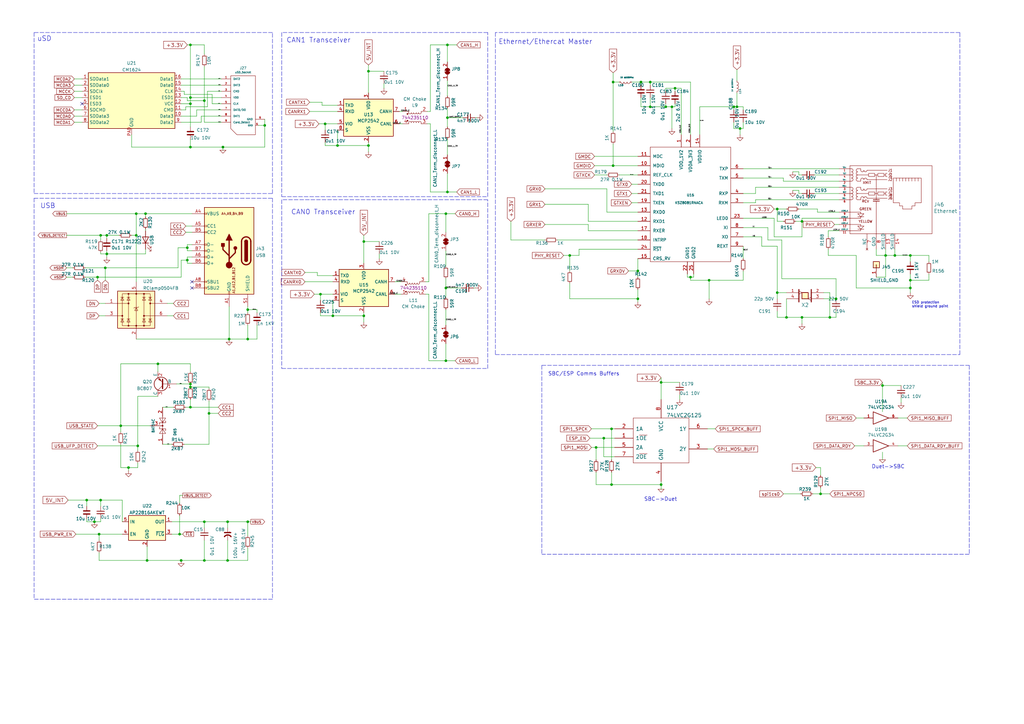
<source format=kicad_sch>
(kicad_sch (version 20211123) (generator eeschema)
  (paper "A3")
  (title_block (title "Duet 3 Main Board") (date "2022-10-05") (rev "1.02") (company "Duet3d") (comment 1 "(c) Duet3D"))
  (junction (at 183.515 18.415))
  (junction (at 59.69 87.63))
  (junction (at 363.22 104.775))
  (junction (at 64.77 149.225))
  (junction (at 318.77 120.015))
  (junction (at 271.145 156.845))
  (junction (at 271.145 198.755))
  (junction (at 73.66 219.075))
  (junction (at 233.68 104.775))
  (junction (at 83.82 229.87))
  (junction (at 149.225 129.54))
  (junction (at 43.815 96.52))
  (junction (at 133.35 50.8))
  (junction (at 361.95 158.115))
  (junction (at 367.03 104.775))
  (junction (at 78.105 158.75))
  (junction (at 78.105 167.005))
  (junction (at 108.585 51.435))
  (junction (at 261.62 122.555))
  (junction (at 43.18 109.855))
  (junction (at 373.38 118.11))
  (junction (at 250.825 175.895))
  (junction (at 76.835 101.6))
  (junction (at 43.815 104.14))
  (junction (at 151.13 29.21))
  (junction (at 38.735 213.995))
  (junction (at 373.38 114.935))
  (junction (at 55.88 96.52))
  (junction (at 182.88 147.955))
  (junction (at 40.005 113.665))
  (junction (at 78.105 40.005))
  (junction (at 93.98 139.065))
  (junction (at 342.9 122.555))
  (junction (at 247.65 179.705))
  (junction (at 318.77 85.725))
  (junction (at 182.88 87.63))
  (junction (at 85.725 169.545))
  (junction (at 41.275 96.52))
  (junction (at 83.82 213.995))
  (junction (at 300.99 43.815))
  (junction (at 251.46 33.655))
  (junction (at 40.64 219.075))
  (junction (at 52.705 191.77))
  (junction (at 101.6 213.995))
  (junction (at 273.05 43.815))
  (junction (at 78.105 42.545))
  (junction (at 290.83 114.935))
  (junction (at 262.89 33.655))
  (junction (at 101.6 139.065))
  (junction (at 93.345 213.995))
  (junction (at 283.21 113.665))
  (junction (at 183.515 78.74))
  (junction (at 328.93 130.175))
  (junction (at 78.105 157.48))
  (junction (at 183.515 48.26))
  (junction (at 74.295 229.87))
  (junction (at 83.82 41.275))
  (junction (at 302.26 43.815))
  (junction (at 151.13 59.69))
  (junction (at 303.53 52.705))
  (junction (at 261.62 111.125))
  (junction (at 276.86 36.195))
  (junction (at 373.38 104.775))
  (junction (at 328.93 90.805))
  (junction (at 336.55 202.565))
  (junction (at 41.275 205.105))
  (junction (at 251.46 67.945))
  (junction (at 35.56 205.105))
  (junction (at 149.225 99.06))
  (junction (at 250.825 198.755))
  (junction (at 78.105 60.325))
  (junction (at 136.525 129.54))
  (junction (at 101.6 127))
  (junction (at 275.59 43.815))
  (junction (at 78.105 18.415))
  (junction (at 340.36 130.175))
  (junction (at 76.835 106.68))
  (junction (at 138.43 59.69))
  (junction (at 55.88 87.63))
  (junction (at 93.345 229.87))
  (junction (at 182.88 118.11))
  (junction (at 266.7 43.815))
  (junction (at 322.58 130.175))
  (junction (at 56.515 182.88))
  (junction (at 49.53 174.625))
  (junction (at 131.445 120.65))
  (junction (at 244.475 183.515))
  (junction (at 60.325 229.87))
  (junction (at 266.7 33.655))
  (junction (at 91.44 60.325))
  (no_connect (at 78.74 118.11))
  (no_connect (at 33.655 42.545))
  (no_connect (at 78.74 115.57))
  (wire (pts (xy 261.62 83.185) (xy 259.08 83.185)))
  (wire (pts (xy 251.46 67.945) (xy 261.62 67.945)))
  (wire (pts (xy 275.59 43.815) (xy 273.05 43.815)))
  (wire (pts (xy 78.74 100.33) (xy 76.835 100.33)))
  (wire (pts (xy 56.515 182.88) (xy 56.515 184.785)))
  (wire (pts (xy 304.8 97.155) (xy 312.42 97.155)))
  (wire (pts (xy 41.275 96.52) (xy 41.275 98.425)))
  (wire (pts (xy 261.62 79.375) (xy 259.08 79.375)))
  (wire (pts (xy 101.6 127) (xy 101.6 128.27)))
  (wire (pts (xy 105.41 128.27) (xy 105.41 127)))
  (wire (pts (xy 318.77 120.015) (xy 322.58 120.015)))
  (wire (pts (xy 251.46 33.655) (xy 251.46 53.975)))
  (wire (pts (xy 304.8 111.125) (xy 304.8 114.935)))
  (wire (pts (xy 183.515 48.26) (xy 183.515 52.07)))
  (wire (pts (xy 133.35 58.42) (xy 133.35 59.69)))
  (wire (pts (xy 351.155 118.11) (xy 373.38 118.11)))
  (wire (pts (xy 183.515 44.45) (xy 183.515 48.26)))
  (wire (pts (xy 151.13 62.23) (xy 151.13 59.69)))
  (wire (pts (xy 132.08 43.18) (xy 132.08 41.91)))
  (wire (pts (xy 183.515 63.5) (xy 183.515 57.15)))
  (polyline (pts (xy 397.51 149.86) (xy 397.51 227.33)))
  (wire (pts (xy 93.345 229.87) (xy 83.82 229.87)))
  (wire (pts (xy 244.475 193.675) (xy 244.475 198.755)))
  (wire (pts (xy 105.41 127) (xy 101.6 127)))
  (wire (pts (xy 49.53 182.245) (xy 49.53 191.77)))
  (wire (pts (xy 136.525 129.54) (xy 149.225 129.54)))
  (wire (pts (xy 138.43 43.18) (xy 132.08 43.18)))
  (wire (pts (xy 66.675 167.005) (xy 71.12 167.005)))
  (wire (pts (xy 163.83 50.8) (xy 165.1 50.8)))
  (wire (pts (xy 40.64 124.46) (xy 43.18 124.46)))
  (wire (pts (xy 261.62 118.745) (xy 261.62 122.555)))
  (wire (pts (xy 320.675 98.425) (xy 314.96 98.425)))
  (wire (pts (xy 290.83 122.555) (xy 290.83 114.935)))
  (wire (pts (xy 223.52 92.075) (xy 241.3 92.075)))
  (polyline (pts (xy 200.025 151.13) (xy 200.025 81.915)))
  (wire (pts (xy 266.7 43.815) (xy 273.05 43.815)))
  (wire (pts (xy 261.62 111.125) (xy 261.62 106.045)))
  (wire (pts (xy 361.95 158.115) (xy 361.95 156.845)))
  (wire (pts (xy 40.64 219.075) (xy 50.165 219.075)))
  (wire (pts (xy 312.42 100.965) (xy 318.77 100.965)))
  (wire (pts (xy 327.66 85.725) (xy 335.28 85.725)))
  (wire (pts (xy 373.38 114.935) (xy 381 114.935)))
  (wire (pts (xy 74.295 229.87) (xy 60.325 229.87)))
  (wire (pts (xy 276.86 36.195) (xy 273.05 36.195)))
  (wire (pts (xy 244.475 198.755) (xy 250.825 198.755)))
  (wire (pts (xy 76.835 101.6) (xy 76.835 102.87)))
  (wire (pts (xy 151.13 29.21) (xy 151.13 26.67)))
  (wire (pts (xy 41.275 213.995) (xy 38.735 213.995)))
  (wire (pts (xy 70.485 213.995) (xy 83.82 213.995)))
  (wire (pts (xy 241.3 90.805) (xy 261.62 90.805)))
  (wire (pts (xy 276.86 36.195) (xy 276.86 37.465)))
  (wire (pts (xy 55.88 87.63) (xy 59.69 87.63)))
  (wire (pts (xy 284.48 113.665) (xy 284.48 112.395)))
  (wire (pts (xy 312.42 97.155) (xy 312.42 100.965)))
  (wire (pts (xy 183.515 71.12) (xy 183.515 78.74)))
  (wire (pts (xy 157.48 29.21) (xy 151.13 29.21)))
  (polyline (pts (xy 111.76 81.28) (xy 111.76 245.745)))
  (wire (pts (xy 74.295 113.665) (xy 40.005 113.665)))
  (wire (pts (xy 250.825 198.755) (xy 271.145 198.755)))
  (wire (pts (xy 304.8 43.815) (xy 302.26 43.815)))
  (wire (pts (xy 74.295 34.925) (xy 90.805 34.925)))
  (wire (pts (xy 183.515 18.415) (xy 183.515 25.4)))
  (wire (pts (xy 237.49 102.235) (xy 261.62 102.235)))
  (polyline (pts (xy 111.76 13.335) (xy 13.97 13.335)))
  (wire (pts (xy 43.815 104.14) (xy 43.815 105.41)))
  (wire (pts (xy 83.82 41.275) (xy 83.82 50.165)))
  (wire (pts (xy 334.01 71.755) (xy 344.17 71.755)))
  (wire (pts (xy 283.21 114.935) (xy 290.83 114.935)))
  (wire (pts (xy 64.77 149.225) (xy 49.53 149.225)))
  (wire (pts (xy 93.345 221.615) (xy 93.345 229.87)))
  (wire (pts (xy 328.93 90.805) (xy 328.93 97.155)))
  (wire (pts (xy 309.88 79.375) (xy 304.8 79.375)))
  (wire (pts (xy 41.275 207.645) (xy 41.275 205.105)))
  (polyline (pts (xy 222.25 149.86) (xy 397.51 149.86)))
  (wire (pts (xy 250.825 193.675) (xy 250.825 198.755)))
  (wire (pts (xy 50.165 213.995) (xy 50.165 205.105)))
  (wire (pts (xy 223.52 83.82) (xy 241.3 83.82)))
  (wire (pts (xy 80.645 45.085) (xy 90.805 45.085)))
  (wire (pts (xy 300.99 50.165) (xy 300.99 52.705)))
  (polyline (pts (xy 203.2 145.415) (xy 393.7 145.415)))
  (wire (pts (xy 363.22 104.775) (xy 367.03 104.775)))
  (wire (pts (xy 61.595 174.625) (xy 49.53 174.625)))
  (wire (pts (xy 80.645 47.625) (xy 74.295 47.625)))
  (wire (pts (xy 244.475 183.515) (xy 252.095 183.515)))
  (wire (pts (xy 132.08 41.91) (xy 127 41.91)))
  (wire (pts (xy 209.55 90.805) (xy 209.55 98.425)))
  (wire (pts (xy 325.12 70.485) (xy 327.66 70.485)))
  (wire (pts (xy 78.105 57.15) (xy 78.105 60.325)))
  (wire (pts (xy 138.43 50.8) (xy 133.35 50.8)))
  (wire (pts (xy 56.515 191.77) (xy 56.515 189.865)))
  (wire (pts (xy 78.105 42.545) (xy 78.105 52.07)))
  (wire (pts (xy 73.66 203.2) (xy 73.66 206.375)))
  (wire (pts (xy 183.515 39.37) (xy 183.515 33.02)))
  (wire (pts (xy 76.2 167.005) (xy 78.105 167.005)))
  (wire (pts (xy 43.815 96.52) (xy 48.895 96.52)))
  (wire (pts (xy 176.53 78.74) (xy 183.515 78.74)))
  (wire (pts (xy 335.28 86.995) (xy 344.17 86.995)))
  (wire (pts (xy 273.05 43.815) (xy 273.05 42.545)))
  (wire (pts (xy 350.52 182.88) (xy 354.33 182.88)))
  (wire (pts (xy 309.88 76.835) (xy 309.88 79.375)))
  (wire (pts (xy 333.375 202.565) (xy 336.55 202.565)))
  (wire (pts (xy 30.48 47.625) (xy 33.655 47.625)))
  (wire (pts (xy 363.22 113.665) (xy 359.41 113.665)))
  (wire (pts (xy 93.345 213.995) (xy 101.6 213.995)))
  (wire (pts (xy 302.26 43.815) (xy 300.99 43.815)))
  (wire (pts (xy 342.9 127.635) (xy 342.9 130.175)))
  (wire (pts (xy 363.22 104.775) (xy 363.22 113.665)))
  (wire (pts (xy 328.93 130.175) (xy 340.36 130.175)))
  (wire (pts (xy 76.835 40.005) (xy 76.835 41.275)))
  (wire (pts (xy 318.77 100.965) (xy 318.77 120.015)))
  (wire (pts (xy 351.155 104.775) (xy 351.155 118.11)))
  (wire (pts (xy 320.675 98.425) (xy 320.675 114.3)))
  (wire (pts (xy 30.48 45.085) (xy 33.655 45.085)))
  (wire (pts (xy 76.2 92.71) (xy 78.74 92.71)))
  (wire (pts (xy 381 104.775) (xy 381 107.315)))
  (wire (pts (xy 244.475 183.515) (xy 244.475 188.595)))
  (wire (pts (xy 228.6 98.425) (xy 261.62 98.425)))
  (wire (pts (xy 43.18 114.935) (xy 43.18 109.855)))
  (wire (pts (xy 151.13 38.1) (xy 151.13 29.21)))
  (wire (pts (xy 182.88 118.11) (xy 182.88 121.92)))
  (wire (pts (xy 30.48 50.165) (xy 33.655 50.165)))
  (wire (pts (xy 233.68 122.555) (xy 261.62 122.555)))
  (wire (pts (xy 175.26 50.8) (xy 176.53 50.8)))
  (wire (pts (xy 53.975 96.52) (xy 55.88 96.52)))
  (wire (pts (xy 278.765 163.83) (xy 278.765 161.925)))
  (wire (pts (xy 85.725 158.75) (xy 78.105 158.75)))
  (wire (pts (xy 76.835 101.6) (xy 73.025 101.6)))
  (wire (pts (xy 72.39 157.48) (xy 78.105 157.48)))
  (wire (pts (xy 53.975 60.325) (xy 78.105 60.325)))
  (wire (pts (xy 40.64 129.54) (xy 43.18 129.54)))
  (wire (pts (xy 73.025 101.6) (xy 73.025 109.855)))
  (wire (pts (xy 78.105 40.005) (xy 90.805 40.005)))
  (wire (pts (xy 262.89 33.655) (xy 266.7 33.655)))
  (wire (pts (xy 40.64 219.075) (xy 40.64 221.615)))
  (wire (pts (xy 290.195 175.895) (xy 293.37 175.895)))
  (wire (pts (xy 30.48 40.005) (xy 33.655 40.005)))
  (wire (pts (xy 321.31 74.295) (xy 321.31 73.025)))
  (polyline (pts (xy 115.57 13.335) (xy 115.57 80.645)))
  (wire (pts (xy 237.49 102.235) (xy 237.49 104.775)))
  (wire (pts (xy 35.56 212.725) (xy 35.56 213.995)))
  (wire (pts (xy 76.2 45.085) (xy 76.2 43.815)))
  (wire (pts (xy 43.815 96.52) (xy 43.815 97.79)))
  (wire (pts (xy 337.82 120.015) (xy 340.36 120.015)))
  (wire (pts (xy 59.69 88.9) (xy 59.69 87.63)))
  (wire (pts (xy 78.105 152.4) (xy 78.105 149.225)))
  (polyline (pts (xy 13.97 13.335) (xy 13.97 79.375)))
  (wire (pts (xy 101.6 213.995) (xy 101.6 219.71)))
  (wire (pts (xy 76.2 43.815) (xy 85.09 43.815)))
  (wire (pts (xy 304.8 52.705) (xy 304.8 50.165)))
  (wire (pts (xy 101.6 224.79) (xy 101.6 229.87)))
  (wire (pts (xy 243.84 71.755) (xy 248.92 71.755)))
  (wire (pts (xy 93.98 125.73) (xy 93.98 139.065)))
  (wire (pts (xy 251.46 59.055) (xy 251.46 67.945)))
  (wire (pts (xy 254 71.755) (xy 261.62 71.755)))
  (wire (pts (xy 250.825 175.895) (xy 252.095 175.895)))
  (wire (pts (xy 262.89 40.005) (xy 262.89 43.815)))
  (wire (pts (xy 68.58 124.46) (xy 71.12 124.46)))
  (wire (pts (xy 174.625 115.57) (xy 175.895 115.57)))
  (wire (pts (xy 74.295 37.465) (xy 75.565 37.465)))
  (wire (pts (xy 27.305 109.855) (xy 29.845 109.855)))
  (wire (pts (xy 66.675 182.245) (xy 70.485 182.245)))
  (wire (pts (xy 55.88 96.52) (xy 55.88 115.57)))
  (wire (pts (xy 106.045 51.435) (xy 108.585 51.435)))
  (wire (pts (xy 131.445 129.54) (xy 136.525 129.54)))
  (wire (pts (xy 318.77 90.805) (xy 321.31 90.805)))
  (wire (pts (xy 339.725 104.775) (xy 351.155 104.775)))
  (wire (pts (xy 59.69 102.235) (xy 59.69 104.14)))
  (wire (pts (xy 74.295 229.87) (xy 83.82 229.87)))
  (wire (pts (xy 278.765 156.845) (xy 271.145 156.845)))
  (wire (pts (xy 318.77 90.805) (xy 318.77 85.725)))
  (wire (pts (xy 131.445 128.27) (xy 131.445 129.54)))
  (wire (pts (xy 279.4 36.195) (xy 276.86 36.195)))
  (wire (pts (xy 283.21 113.665) (xy 283.21 114.935)))
  (wire (pts (xy 75.565 37.465) (xy 75.565 38.735)))
  (wire (pts (xy 101.6 229.87) (xy 93.345 229.87)))
  (wire (pts (xy 35.56 213.995) (xy 38.735 213.995)))
  (wire (pts (xy 182.88 114.3) (xy 182.88 118.11)))
  (wire (pts (xy 251.46 33.655) (xy 251.46 29.845)))
  (wire (pts (xy 283.21 113.665) (xy 284.48 113.665)))
  (wire (pts (xy 64.77 149.225) (xy 64.77 152.4)))
  (wire (pts (xy 40.64 229.87) (xy 60.325 229.87)))
  (wire (pts (xy 175.895 115.57) (xy 175.895 87.63)))
  (wire (pts (xy 93.345 216.535) (xy 93.345 213.995)))
  (wire (pts (xy 76.2 95.25) (xy 78.74 95.25)))
  (wire (pts (xy 372.11 171.45) (xy 368.3 171.45)))
  (wire (pts (xy 55.88 139.065) (xy 93.98 139.065)))
  (wire (pts (xy 261.62 123.825) (xy 261.62 122.555)))
  (wire (pts (xy 233.68 116.205) (xy 233.68 122.555)))
  (wire (pts (xy 83.82 221.615) (xy 83.82 229.87)))
  (wire (pts (xy 78.105 167.005) (xy 89.535 167.005)))
  (wire (pts (xy 248.92 86.995) (xy 261.62 86.995)))
  (wire (pts (xy 151.13 59.69) (xy 151.13 58.42)))
  (wire (pts (xy 281.94 113.665) (xy 283.21 113.665)))
  (wire (pts (xy 266.7 33.655) (xy 266.7 34.925)))
  (wire (pts (xy 105.41 133.35) (xy 105.41 139.065)))
  (wire (pts (xy 133.35 53.34) (xy 133.35 50.8)))
  (wire (pts (xy 40.005 174.625) (xy 49.53 174.625)))
  (wire (pts (xy 27.305 113.665) (xy 29.845 113.665)))
  (wire (pts (xy 335.28 85.725) (xy 335.28 86.995)))
  (wire (pts (xy 41.275 212.725) (xy 41.275 213.995)))
  (wire (pts (xy 78.105 42.545) (xy 74.295 42.545)))
  (wire (pts (xy 271.145 197.485) (xy 271.145 198.755)))
  (wire (pts (xy 182.88 140.97) (xy 182.88 147.955)))
  (polyline (pts (xy 115.57 80.645) (xy 200.025 80.645)))
  (wire (pts (xy 183.515 18.415) (xy 187.325 18.415)))
  (wire (pts (xy 78.105 60.325) (xy 91.44 60.325)))
  (wire (pts (xy 369.57 165.1) (xy 369.57 163.195)))
  (wire (pts (xy 241.3 94.615) (xy 261.62 94.615)))
  (wire (pts (xy 287.02 55.245) (xy 287.02 43.815)))
  (wire (pts (xy 248.92 86.995) (xy 248.92 77.47)))
  (wire (pts (xy 41.275 103.505) (xy 41.275 104.14)))
  (wire (pts (xy 73.66 219.075) (xy 73.66 211.455)))
  (wire (pts (xy 342.265 92.075) (xy 344.17 92.075)))
  (wire (pts (xy 161.925 115.57) (xy 164.465 115.57)))
  (wire (pts (xy 182.88 87.63) (xy 186.69 87.63)))
  (wire (pts (xy 73.025 109.855) (xy 43.18 109.855)))
  (polyline (pts (xy 13.97 81.28) (xy 111.76 81.28)))
  (polyline (pts (xy 393.7 145.415) (xy 393.7 13.335)))
  (wire (pts (xy 86.995 42.545) (xy 90.805 42.545)))
  (wire (pts (xy 149.225 107.95) (xy 149.225 99.06)))
  (wire (pts (xy 182.88 102.87) (xy 182.88 109.22)))
  (wire (pts (xy 322.58 130.175) (xy 328.93 130.175)))
  (wire (pts (xy 108.585 60.325) (xy 108.585 51.435)))
  (wire (pts (xy 262.89 43.815) (xy 266.7 43.815)))
  (wire (pts (xy 78.105 149.225) (xy 64.77 149.225)))
  (wire (pts (xy 91.44 60.325) (xy 108.585 60.325)))
  (wire (pts (xy 78.105 18.415) (xy 78.105 40.005)))
  (wire (pts (xy 275.59 43.815) (xy 275.59 52.705)))
  (wire (pts (xy 303.53 52.705) (xy 304.8 52.705)))
  (wire (pts (xy 41.275 205.105) (xy 35.56 205.105)))
  (wire (pts (xy 373.38 104.775) (xy 381 104.775)))
  (wire (pts (xy 163.83 45.72) (xy 165.1 45.72)))
  (wire (pts (xy 174.625 120.65) (xy 175.895 120.65)))
  (wire (pts (xy 233.68 104.775) (xy 233.68 111.125)))
  (wire (pts (xy 85.725 169.545) (xy 89.535 169.545)))
  (wire (pts (xy 90.805 37.465) (xy 85.09 37.465)))
  (wire (pts (xy 337.82 122.555) (xy 342.9 122.555)))
  (wire (pts (xy 30.48 37.465) (xy 33.655 37.465)))
  (wire (pts (xy 76.835 107.95) (xy 78.74 107.95)))
  (wire (pts (xy 326.39 90.805) (xy 328.93 90.805)))
  (wire (pts (xy 70.485 219.075) (xy 73.66 219.075)))
  (wire (pts (xy 78.105 40.005) (xy 78.105 42.545)))
  (wire (pts (xy 30.48 32.385) (xy 33.655 32.385)))
  (wire (pts (xy 176.53 50.8) (xy 176.53 78.74)))
  (wire (pts (xy 60.325 229.87) (xy 60.325 224.155)))
  (wire (pts (xy 290.83 114.935) (xy 304.8 114.935)))
  (wire (pts (xy 372.11 182.88) (xy 368.3 182.88)))
  (wire (pts (xy 318.77 122.555) (xy 318.77 120.015)))
  (polyline (pts (xy 111.76 245.745) (xy 13.97 245.745)))
  (wire (pts (xy 251.46 67.945) (xy 243.84 67.945)))
  (wire (pts (xy 56.515 162.56) (xy 56.515 182.88)))
  (wire (pts (xy 247.65 179.705) (xy 252.095 179.705)))
  (wire (pts (xy 74.295 32.385) (xy 90.805 32.385)))
  (wire (pts (xy 279.4 55.245) (xy 279.4 36.195)))
  (wire (pts (xy 336.55 200.025) (xy 336.55 202.565)))
  (wire (pts (xy 359.41 102.235) (xy 359.41 104.775)))
  (wire (pts (xy 83.82 216.535) (xy 83.82 213.995)))
  (wire (pts (xy 325.12 78.105) (xy 327.66 78.105)))
  (wire (pts (xy 304.8 69.215) (xy 344.17 69.215)))
  (wire (pts (xy 262.89 34.925) (xy 262.89 33.655)))
  (wire (pts (xy 55.88 96.52) (xy 55.88 87.63)))
  (polyline (pts (xy 200.025 80.645) (xy 200.025 13.335)))
  (wire (pts (xy 131.445 120.65) (xy 128.905 120.65)))
  (wire (pts (xy 130.175 111.76) (xy 125.095 111.76)))
  (wire (pts (xy 259.08 33.655) (xy 262.89 33.655)))
  (wire (pts (xy 271.145 156.845) (xy 271.145 163.83)))
  (wire (pts (xy 101.6 125.73) (xy 101.6 127)))
  (wire (pts (xy 40.64 226.695) (xy 40.64 229.87)))
  (wire (pts (xy 327.66 79.375) (xy 328.93 79.375)))
  (wire (pts (xy 363.22 104.775) (xy 363.22 102.235)))
  (wire (pts (xy 175.26 45.72) (xy 176.53 45.72)))
  (wire (pts (xy 322.58 122.555) (xy 322.58 130.175)))
  (wire (pts (xy 175.895 147.955) (xy 182.88 147.955)))
  (wire (pts (xy 78.105 163.83) (xy 78.105 167.005)))
  (wire (pts (xy 40.005 114.935) (xy 40.005 113.665)))
  (wire (pts (xy 309.88 76.835) (xy 344.17 76.835)))
  (wire (pts (xy 321.31 73.025) (xy 304.8 73.025)))
  (wire (pts (xy 82.55 47.625) (xy 82.55 50.165)))
  (wire (pts (xy 381 112.395) (xy 381 114.935)))
  (wire (pts (xy 340.36 120.015) (xy 340.36 130.175)))
  (wire (pts (xy 317.5 85.725) (xy 318.77 85.725)))
  (wire (pts (xy 303.53 52.705) (xy 303.53 55.245)))
  (wire (pts (xy 373.38 112.395) (xy 373.38 114.935)))
  (wire (pts (xy 108.585 51.435) (xy 108.585 48.895)))
  (wire (pts (xy 271.145 198.755) (xy 271.145 200.66)))
  (wire (pts (xy 85.725 182.245) (xy 85.725 169.545)))
  (wire (pts (xy 318.77 127.635) (xy 318.77 130.175)))
  (wire (pts (xy 64.77 162.56) (xy 56.515 162.56)))
  (wire (pts (xy 74.295 40.005) (xy 76.835 40.005)))
  (wire (pts (xy 155.575 106.045) (xy 155.575 104.14)))
  (wire (pts (xy 85.09 37.465) (xy 85.09 43.815)))
  (wire (pts (xy 35.56 205.105) (xy 35.56 207.645)))
  (wire (pts (xy 336.55 202.565) (xy 340.36 202.565)))
  (wire (pts (xy 43.815 104.14) (xy 59.69 104.14)))
  (wire (pts (xy 83.82 27.305) (xy 83.82 41.275)))
  (wire (pts (xy 74.93 203.2) (xy 73.66 203.2)))
  (wire (pts (xy 41.275 205.105) (xy 50.165 205.105)))
  (polyline (pts (xy 200.025 81.915) (xy 115.57 81.915)))
  (wire (pts (xy 76.835 100.33) (xy 76.835 101.6)))
  (wire (pts (xy 161.925 120.65) (xy 164.465 120.65)))
  (wire (pts (xy 133.35 50.8) (xy 130.81 50.8)))
  (wire (pts (xy 266.7 40.005) (xy 266.7 43.815)))
  (wire (pts (xy 369.57 158.115) (xy 361.95 158.115)))
  (wire (pts (xy 342.9 122.555) (xy 342.9 114.3)))
  (wire (pts (xy 334.01 79.375) (xy 344.17 79.375)))
  (wire (pts (xy 339.725 94.615) (xy 339.725 97.155)))
  (wire (pts (xy 304.8 100.965) (xy 304.8 106.045)))
  (wire (pts (xy 318.77 85.725) (xy 322.58 85.725)))
  (wire (pts (xy 328.93 89.535) (xy 344.17 89.535)))
  (polyline (pts (xy 397.51 227.33) (xy 222.25 227.33)))
  (wire (pts (xy 82.55 50.165) (xy 74.295 50.165)))
  (wire (pts (xy 283.21 33.655) (xy 283.21 55.245)))
  (wire (pts (xy 302.26 43.815) (xy 302.26 38.1)))
  (wire (pts (xy 334.645 191.77) (xy 336.55 191.77)))
  (wire (pts (xy 176.53 18.415) (xy 183.515 18.415)))
  (wire (pts (xy 317.5 89.535) (xy 304.8 89.535)))
  (wire (pts (xy 40.005 182.88) (xy 56.515 182.88)))
  (wire (pts (xy 76.835 106.68) (xy 74.295 106.68)))
  (wire (pts (xy 182.88 127) (xy 182.88 133.35)))
  (wire (pts (xy 367.03 104.775) (xy 367.03 102.235)))
  (wire (pts (xy 261.62 111.125) (xy 261.62 113.665)))
  (polyline (pts (xy 393.7 13.335) (xy 203.2 13.335)))
  (wire (pts (xy 136.525 120.65) (xy 131.445 120.65)))
  (polyline (pts (xy 115.57 151.13) (xy 200.025 151.13)))
  (wire (pts (xy 252.095 187.325) (xy 247.65 187.325)))
  (wire (pts (xy 281.94 112.395) (xy 281.94 113.665)))
  (wire (pts (xy 359.41 104.775) (xy 363.22 104.775)))
  (wire (pts (xy 76.835 102.87) (xy 78.74 102.87)))
  (wire (pts (xy 304.8 45.085) (xy 304.8 43.815)))
  (wire (pts (xy 59.69 93.98) (xy 59.69 94.615)))
  (wire (pts (xy 136.525 113.03) (xy 130.175 113.03)))
  (wire (pts (xy 138.43 59.69) (xy 151.13 59.69)))
  (wire (pts (xy 182.88 147.955) (xy 186.69 147.955)))
  (wire (pts (xy 271.145 154.94) (xy 271.145 156.845)))
  (wire (pts (xy 76.835 105.41) (xy 76.835 106.68)))
  (wire (pts (xy 133.35 59.69) (xy 138.43 59.69)))
  (wire (pts (xy 82.55 47.625) (xy 90.805 47.625)))
  (wire (pts (xy 194.945 118.11) (xy 194.31 118.11)))
  (wire (pts (xy 183.515 48.26) (xy 189.865 48.26)))
  (wire (pts (xy 223.52 77.47) (xy 248.92 77.47)))
  (wire (pts (xy 243.84 64.135) (xy 261.62 64.135)))
  (wire (pts (xy 27.305 87.63) (xy 55.88 87.63)))
  (wire (pts (xy 76.2 45.085) (xy 74.295 45.085)))
  (polyline (pts (xy 115.57 81.915) (xy 115.57 151.13)))
  (wire (pts (xy 327.66 70.485) (xy 327.66 71.755)))
  (wire (pts (xy 27.305 96.52) (xy 41.275 96.52)))
  (wire (pts (xy 83.82 18.415) (xy 83.82 22.225)))
  (wire (pts (xy 233.68 104.775) (xy 237.49 104.775)))
  (wire (pts (xy 83.82 213.995) (xy 93.345 213.995)))
  (wire (pts (xy 149.225 99.06) (xy 149.225 96.52)))
  (wire (pts (xy 83.82 50.165) (xy 90.805 50.165)))
  (wire (pts (xy 320.675 114.3) (xy 342.9 114.3)))
  (wire (pts (xy 318.77 130.175) (xy 322.58 130.175)))
  (wire (pts (xy 78.105 157.48) (xy 78.105 158.75)))
  (wire (pts (xy 321.31 202.565) (xy 328.295 202.565)))
  (wire (pts (xy 328.93 89.535) (xy 328.93 90.805)))
  (wire (pts (xy 91.44 60.325) (xy 91.44 61.595)))
  (wire (pts (xy 309.88 83.185) (xy 309.88 81.915)))
  (wire (pts (xy 373.38 118.11) (xy 373.38 120.015)))
  (wire (pts (xy 273.05 36.195) (xy 273.05 37.465)))
  (wire (pts (xy 49.53 191.77) (xy 52.705 191.77)))
  (wire (pts (xy 361.95 188.595) (xy 361.95 185.42)))
  (wire (pts (xy 195.58 48.26) (xy 194.945 48.26)))
  (wire (pts (xy 73.66 219.075) (xy 74.93 219.075)))
  (wire (pts (xy 149.225 132.08) (xy 149.225 129.54)))
  (wire (pts (xy 49.53 149.225) (xy 49.53 174.625)))
  (wire (pts (xy 131.445 123.19) (xy 131.445 120.65)))
  (wire (pts (xy 101.6 213.995) (xy 102.87 213.995)))
  (wire (pts (xy 317.5 97.155) (xy 328.93 97.155)))
  (wire (pts (xy 247.65 187.325) (xy 247.65 179.705)))
  (wire (pts (xy 302.26 33.02) (xy 302.26 28.575)))
  (wire (pts (xy 149.225 129.54) (xy 149.225 128.27)))
  (wire (pts (xy 101.6 133.35) (xy 101.6 139.065)))
  (wire (pts (xy 43.815 102.87) (xy 43.815 104.14)))
  (wire (pts (xy 80.645 45.085) (xy 80.645 47.625)))
  (wire (pts (xy 75.565 38.735) (xy 86.995 38.735)))
  (wire (pts (xy 59.69 87.63) (xy 78.74 87.63)))
  (wire (pts (xy 85.725 169.545) (xy 85.725 164.465)))
  (wire (pts (xy 367.03 104.775) (xy 373.38 104.775)))
  (wire (pts (xy 251.46 33.655) (xy 254 33.655)))
  (polyline (pts (xy 200.025 13.335) (xy 115.57 13.335)))
  (polyline (pts (xy 222.25 149.86) (xy 222.25 227.33)))
  (polyline (pts (xy 13.97 81.28) (xy 13.97 245.745)))
  (wire (pts (xy 78.74 105.41) (xy 76.835 105.41)))
  (wire (pts (xy 276.86 43.815) (xy 275.59 43.815)))
  (wire (pts (xy 34.925 109.855) (xy 43.18 109.855)))
  (wire (pts (xy 300.99 52.705) (xy 303.53 52.705)))
  (wire (pts (xy 327.66 71.755) (xy 328.93 71.755)))
  (wire (pts (xy 266.7 33.655) (xy 283.21 33.655)))
  (wire (pts (xy 183.515 78.74) (xy 187.325 78.74)))
  (wire (pts (xy 340.36 130.175) (xy 342.9 130.175)))
  (wire (pts (xy 261.62 75.565) (xy 259.08 75.565)))
  (wire (pts (xy 138.43 53.34) (xy 138.43 59.69)))
  (wire (pts (xy 290.195 184.15) (xy 292.735 184.15)))
  (wire (pts (xy 125.095 115.57) (xy 136.525 115.57)))
  (wire (pts (xy 242.57 175.895) (xy 250.825 175.895)))
  (wire (pts (xy 68.58 129.54) (xy 71.12 129.54)))
  (wire (pts (xy 85.725 159.385) (xy 85.725 158.75)))
  (wire (pts (xy 130.175 113.03) (xy 130.175 111.76)))
  (wire (pts (xy 52.705 191.77) (xy 56.515 191.77)))
  (wire (pts (xy 250.825 175.895) (xy 250.825 188.595)))
  (wire (pts (xy 41.275 96.52) (xy 43.815 96.52)))
  (wire (pts (xy 34.925 113.665) (xy 40.005 113.665)))
  (polyline (pts (xy 111.76 79.375) (xy 111.76 13.335)))
  (wire (pts (xy 43.815 104.14) (xy 41.275 104.14)))
  (wire (pts (xy 76.835 18.415) (xy 78.105 18.415)))
  (wire (pts (xy 182.88 118.11) (xy 189.23 118.11)))
  (wire (pts (xy 182.88 95.25) (xy 182.88 87.63)))
  (wire (pts (xy 317.5 97.155) (xy 317.5 89.535)))
  (wire (pts (xy 314.96 93.345) (xy 304.8 93.345)))
  (wire (pts (xy 74.295 106.68) (xy 74.295 113.665)))
  (wire (pts (xy 287.02 43.815) (xy 300.99 43.815)))
  (wire (pts (xy 75.565 182.245) (xy 85.725 182.245)))
  (wire (pts (xy 339.725 94.615) (xy 344.17 94.615)))
  (wire (pts (xy 242.57 183.515) (xy 244.475 183.515)))
  (wire (pts (xy 175.895 87.63) (xy 182.88 87.63)))
  (wire (pts (xy 361.95 168.91) (xy 361.95 158.115)))
  (wire (pts (xy 127 45.72) (xy 138.43 45.72)))
  (wire (pts (xy 78.105 18.415) (xy 83.82 18.415)))
  (wire (pts (xy 155.575 99.06) (xy 149.225 99.06)))
  (wire (pts (xy 76.835 41.275) (xy 83.82 41.275)))
  (wire (pts (xy 86.995 42.545) (xy 86.995 38.735)))
  (wire (pts (xy 52.705 191.77) (xy 52.705 193.04)))
  (wire (pts (xy 241.3 92.075) (xy 241.3 94.615)))
  (wire (pts (xy 175.895 120.65) (xy 175.895 147.955)))
  (wire (pts (xy 373.38 114.935) (xy 373.38 118.11)))
  (wire (pts (xy 257.81 111.125) (xy 261.62 111.125)))
  (wire (pts (xy 327.66 78.105) (xy 327.66 79.375)))
  (wire (pts (xy 136.525 123.19) (xy 136.525 129.54)))
  (wire (pts (xy 336.55 191.77) (xy 336.55 194.945)))
  (wire (pts (xy 300.99 43.815) (xy 300.99 45.085)))
  (wire (pts (xy 344.17 74.295) (xy 321.31 74.295)))
  (wire (pts (xy 276.86 42.545) (xy 276.86 43.815)))
  (wire (pts (xy 309.88 81.915) (xy 344.17 81.915)))
  (wire (pts (xy 339.725 102.235) (xy 339.725 104.775)))
  (wire (pts (xy 373.38 104.775) (xy 373.38 107.315)))
  (wire (pts (xy 27.94 205.105) (xy 35.56 205.105)))
  (wire (pts (xy 76.835 106.68) (xy 76.835 107.95)))
  (wire (pts (xy 176.53 45.72) (xy 176.53 18.415)))
  (wire (pts (xy 231.14 104.775) (xy 233.68 104.775)))
  (wire (pts (xy 30.48 34.925) (xy 33.655 34.925)))
  (wire (pts (xy 93.98 139.065) (xy 101.6 139.065)))
  (wire (pts (xy 53.975 55.245) (xy 53.975 60.325)))
  (wire (pts (xy 351.155 171.45) (xy 354.33 171.45)))
  (wire (pts (xy 241.3 83.82) (xy 241.3 90.805)))
  (wire (pts (xy 304.8 83.185) (xy 309.88 83.185)))
  (wire (pts (xy 241.935 179.705) (xy 247.65 179.705)))
  (wire (pts (xy 49.53 174.625) (xy 49.53 177.165)))
  (wire (pts (xy 31.115 219.075) (xy 40.64 219.075)))
  (wire (pts (xy 328.93 132.715) (xy 328.93 130.175)))
  (polyline (pts (xy 203.2 13.335) (xy 203.2 145.415)))
  (wire (pts (xy 314.96 98.425) (xy 314.96 93.345)))
  (wire (pts (xy 157.48 36.195) (xy 157.48 34.29)))
  (wire (pts (xy 105.41 139.065) (xy 101.6 139.065)))
  (wire (pts (xy 209.55 98.425) (xy 223.52 98.425)))
  (polyline (pts (xy 13.97 79.375) (xy 111.76 79.375)))
  (text "Ethernet/Ethercat Master" (at 204.47 18.415 0) (effects (font (size 2.0066 2.0066)) (justify left bottom)))
  (text "ESD protection\nshield ground point\n" (at 374.015 126.365 0) (effects (font (size 0.9906 0.9906)) (justify left bottom)))
  (text "CAN0 Transceiver" (at 119.38 88.265 0) (effects (font (size 2.0066 2.0066)) (justify left bottom)))
  (text "CAN1 Transceiver" (at 117.475 17.78 0) (effects (font (size 2.0066 2.0066)) (justify left bottom)))
  (text "Duet->SBC" (at 357.505 192.405 0) (effects (font (size 1.524 1.524)) (justify left bottom)))
  (text "SBC/ESP Comms Buffers" (at 224.79 154.305 0) (effects (font (size 1.524 1.524)) (justify left bottom)))
  (text "uSD" (at 15.24 17.145 0) (effects (font (size 2.0066 2.0066)) (justify left bottom)))
  (text "USB" (at 16.51 85.725 0) (effects (font (size 2.0066 2.0066)) (justify left bottom)))
  (text "SBC->Duet" (at 264.16 205.74 0) (effects (font (size 1.524 1.524)) (justify left bottom)))
  (label "SD_cd" (at 89.535 50.165 0) (effects (font (size 0.2032 0.2032))))
  (label "USBshield" (at 103.505 127 0) (effects (font (size 0.2 0.2))))
  (label "cc2d" (at 68.58 182.245 0) (effects (font (size 0.2 0.2))))
  (label "DAT0" (at 89.535 45.085 0) (effects (font (size 0.2032 0.2032))))
  (label "SHIELD_GND" (at 370.205 104.775 0) (effects (font (size 0.2032 0.2032))))
  (label "LEDG_A" (at 339.725 86.995 0) (effects (font (size 0.508 0.508))))
  (label "DAT3" (at 89.535 34.925 0) (effects (font (size 0.2032 0.2032))))
  (label "TD+" (at 314.96 69.215 0) (effects (font (size 0.508 0.508))))
  (label "CLK" (at 89.535 42.545 0) (effects (font (size 0.2032 0.2032))))
  (label "can1_term_c" (at 184.15 48.26 0) (effects (font (size 0.508 0.508))))
  (label "q20b" (at 73.66 157.48 0) (effects (font (size 0.2 0.2))))
  (label "LEDY_K" (at 341.63 94.615 0) (effects (font (size 0.508 0.508))))
  (label "TD-" (at 314.96 73.025 0) (effects (font (size 0.508 0.508))))
  (label "REXT" (at 304.8 102.87 0) (effects (font (size 0.508 0.508))))
  (label "RD-" (at 314.96 81.915 0) (effects (font (size 0.508 0.508))))
  (label "CAN1_L_TR" (at 183.515 60.325 0) (effects (font (size 0.508 0.508))))
  (label "can0_term_c" (at 182.88 118.11 0) (effects (font (size 0.508 0.508))))
  (label "XI" (at 308.61 93.345 0) (effects (font (size 0.508 0.508))))
  (label "CAN0_L_TR" (at 182.88 131.445 0) (effects (font (size 0.508 0.508))))
  (label "DAT1" (at 89.535 47.625 0) (effects (font (size 0.2032 0.2032))))
  (label "phy_vddio" (at 287.02 49.53 0) (effects (font (size 0.2 0.2))))
  (label "DAT2" (at 89.535 32.385 0) (effects (font (size 0.2032 0.2032))))
  (label "CAN0H_C" (at 162.56 115.57 0) (effects (font (size 0.508 0.508))))
  (label "CMD" (at 89.535 37.465 0) (effects (font (size 0.2032 0.2032))))
  (label "LED0" (at 312.42 89.535 0) (effects (font (size 0.508 0.508))))
  (label "CAN0_H_TR" (at 182.88 104.775 0) (effects (font (size 0.508 0.508))))
  (label "VDD_1V2" (at 279.4 54.61 90) (effects (font (size 0.508 0.508))))
  (label "RD+" (at 314.96 76.835 0) (effects (font (size 0.508 0.508))))
  (label "cc1d" (at 67.945 167.005 0) (effects (font (size 0.2 0.2))))
  (label "REF_CLK" (at 258.445 71.755 0) (effects (font (size 0.2032 0.2032))))
  (label "CAN0L_C" (at 163.195 120.65 180) (effects (font (size 0.508 0.508))))
  (label "XO" (at 308.61 97.155 0) (effects (font (size 0.508 0.508))))
  (label "CAN1H_C" (at 164.465 45.72 0) (effects (font (size 0.508 0.508))))
  (label "VDDA_3V3" (at 283.21 54.61 90) (effects (font (size 0.508 0.508))))
  (label "CAN1L_C" (at 164.465 50.8 180) (effects (font (size 0.508 0.508))))
  (label "CAN1_H_TR" (at 183.515 35.56 0) (effects (font (size 0.508 0.508))))
  (global_label "CAN1_L" (shape input) (at 187.325 78.74 0) (property "Intersheet References" "${INTERSHEET_REFS}" (effects hide)))
  (global_label "GRXER" (shape input) (at 223.52 92.075 180) (property "Intersheet References" "${INTERSHEET_REFS}" (effects hide)))
  (global_label "DN" (shape input) (at 43.18 114.935 270) (property "Intersheet References" "${INTERSHEET_REFS}" (effects hide)))
  (global_label "ESP_EN" (shape input) (at 241.935 179.705 180) (property "Intersheet References" "${INTERSHEET_REFS}" (effects hide)))
  (global_label "HSDP" (shape bidirectional) (at 27.305 113.665 180) (effects (font (size 0.9906 0.9906))) (property "Intersheet References" "${INTERSHEET_REFS}" (effects hide)))
  (global_label "MCDA1" (shape input) (at 30.48 50.165 180) (effects (font (size 1.2 1.2))) (property "Intersheet References" "${INTERSHEET_REFS}" (effects hide)))
  (global_label "DP" (shape input) (at 40.64 129.54 180) (property "Intersheet References" "${INTERSHEET_REFS}" (effects hide)))
  (global_label "VBUS" (shape output) (at 27.305 87.63 180) (effects (font (size 0.9906 0.9906))) (property "Intersheet References" "${INTERSHEET_REFS}" (effects hide)))
  (global_label "+3.3V" (shape input) (at 76.835 18.415 180) (effects (font (size 1.524 1.524))) (property "Intersheet References" "${INTERSHEET_REFS}" (effects hide)))
  (global_label "GRX1" (shape input) (at 223.52 83.82 180) (property "Intersheet References" "${INTERSHEET_REFS}" (effects hide)))
  (global_label "CC1" (shape input) (at 76.2 92.71 180) (property "Intersheet References" "${INTERSHEET_REFS}" (effects hide)))
  (global_label "5V_INT" (shape input) (at 149.225 96.52 90) (effects (font (size 1.524 1.524))) (property "Intersheet References" "${INTERSHEET_REFS}" (effects hide)))
  (global_label "SPI1_MISO_BUFF" (shape input) (at 372.11 171.45 0) (property "Intersheet References" "${INTERSHEET_REFS}" (effects hide)))
  (global_label "SPI1_DATA_RDY_BUFF" (shape input) (at 372.11 182.88 0) (property "Intersheet References" "${INTERSHEET_REFS}" (effects hide)))
  (global_label "+3.3V" (shape input) (at 130.81 50.8 180) (effects (font (size 1.524 1.524))) (property "Intersheet References" "${INTERSHEET_REFS}" (effects hide)))
  (global_label "+3.3V" (shape input) (at 302.26 28.575 90) (effects (font (size 1.524 1.524))) (property "Intersheet References" "${INTERSHEET_REFS}" (effects hide)))
  (global_label "DP" (shape input) (at 40.005 114.935 270) (property "Intersheet References" "${INTERSHEET_REFS}" (effects hide)))
  (global_label "CC2" (shape input) (at 76.2 95.25 180) (property "Intersheet References" "${INTERSHEET_REFS}" (effects hide)))
  (global_label "MCDA0" (shape input) (at 30.48 47.625 180) (effects (font (size 1.2 1.2))) (property "Intersheet References" "${INTERSHEET_REFS}" (effects hide)))
  (global_label "SPI1_DATA_RDY" (shape input) (at 350.52 182.88 180) (property "Intersheet References" "${INTERSHEET_REFS}" (effects hide)))
  (global_label "+3.3V" (shape input) (at 271.145 154.94 180) (effects (font (size 1.524 1.524))) (property "Intersheet References" "${INTERSHEET_REFS}" (effects hide)))
  (global_label "GRXDV" (shape input) (at 257.81 111.125 180) (property "Intersheet References" "${INTERSHEET_REFS}" (effects hide)))
  (global_label "5V_INT" (shape input) (at 151.13 26.67 90) (effects (font (size 1.524 1.524))) (property "Intersheet References" "${INTERSHEET_REFS}" (effects hide)))
  (global_label "GTXCK" (shape input) (at 243.84 71.755 180) (property "Intersheet References" "${INTERSHEET_REFS}" (effects hide)))
  (global_label "CC2" (shape input) (at 89.535 169.545 0) (property "Intersheet References" "${INTERSHEET_REFS}" (effects hide)))
  (global_label "GTX1" (shape input) (at 259.08 79.375 180) (property "Intersheet References" "${INTERSHEET_REFS}" (effects hide)))
  (global_label "spi1cs0" (shape input) (at 321.31 202.565 180) (property "Intersheet References" "${INTERSHEET_REFS}" (effects hide)))
  (global_label "PHY_RESET" (shape input) (at 231.14 104.775 180) (property "Intersheet References" "${INTERSHEET_REFS}" (effects hide)))
  (global_label "~{FLG}" (shape input) (at 74.93 219.075 0) (effects (font (size 0.9906 0.9906))) (property "Intersheet References" "${INTERSHEET_REFS}" (effects hide)))
  (global_label "CANTX0" (shape input) (at 125.095 111.76 180) (property "Intersheet References" "${INTERSHEET_REFS}" (effects hide)))
  (global_label "SPI1_NPCS0" (shape input) (at 340.36 202.565 0) (property "Intersheet References" "${INTERSHEET_REFS}" (effects hide)))
  (global_label "MCDA3" (shape input) (at 30.48 34.925 180) (effects (font (size 1.2 1.2))) (property "Intersheet References" "${INTERSHEET_REFS}" (effects hide)))
  (global_label "CANRX1" (shape input) (at 127 45.72 180) (property "Intersheet References" "${INTERSHEET_REFS}" (effects hide)))
  (global_label "GRX0" (shape input) (at 223.52 77.47 180) (property "Intersheet References" "${INTERSHEET_REFS}" (effects hide)))
  (global_label "CC1" (shape input) (at 89.535 167.005 0) (property "Intersheet References" "${INTERSHEET_REFS}" (effects hide)))
  (global_label "+3.3V" (shape input) (at 334.645 191.77 180) (effects (font (size 1.524 1.524))) (property "Intersheet References" "${INTERSHEET_REFS}" (effects hide)))
  (global_label "SBC_3.3V" (shape input) (at 361.95 156.845 180) (property "Intersheet References" "${INTERSHEET_REFS}" (effects hide)))
  (global_label "MCCDA" (shape input) (at 30.48 45.085 180) (effects (font (size 1.2 1.2))) (property "Intersheet References" "${INTERSHEET_REFS}" (effects hide)))
  (global_label "CAN0_H" (shape input) (at 186.69 87.63 0) (property "Intersheet References" "${INTERSHEET_REFS}" (effects hide)))
  (global_label "GTX0" (shape input) (at 259.08 75.565 180) (property "Intersheet References" "${INTERSHEET_REFS}" (effects hide)))
  (global_label "CANRX0" (shape input) (at 125.095 115.57 180) (property "Intersheet References" "${INTERSHEET_REFS}" (effects hide)))
  (global_label "+3.3V" (shape input) (at 317.5 85.725 180) (effects (font (size 1.524 1.524))) (property "Intersheet References" "${INTERSHEET_REFS}" (effects hide)))
  (global_label "SPI1_SPCK" (shape input) (at 242.57 175.895 180) (property "Intersheet References" "${INTERSHEET_REFS}" (effects hide)))
  (global_label "CANTX1" (shape input) (at 127 41.91 180) (property "Intersheet References" "${INTERSHEET_REFS}" (effects hide)))
  (global_label "SD_CD" (shape input) (at 30.48 40.005 180) (effects (font (size 1.2 1.2))) (property "Intersheet References" "${INTERSHEET_REFS}" (effects hide)))
  (global_label "VBUS" (shape output) (at 102.87 213.995 0) (effects (font (size 0.9906 0.9906))) (property "Intersheet References" "${INTERSHEET_REFS}" (effects hide)))
  (global_label "VBUS_DETECT" (shape output) (at 27.305 96.52 180) (effects (font (size 0.9906 0.9906))) (property "Intersheet References" "${INTERSHEET_REFS}" (effects hide)))
  (global_label "SPI1_SPCK_BUFF" (shape input) (at 293.37 175.895 0) (property "Intersheet References" "${INTERSHEET_REFS}" (effects hide)))
  (global_label "SPI1_MOSI" (shape input) (at 242.57 183.515 180) (property "Intersheet References" "${INTERSHEET_REFS}" (effects hide)))
  (global_label "+3.3V" (shape input) (at 128.905 120.65 180) (effects (font (size 1.524 1.524))) (property "Intersheet References" "${INTERSHEET_REFS}" (effects hide)))
  (global_label "PHY_RESET" (shape input) (at 342.265 92.075 180) (property "Intersheet References" "${INTERSHEET_REFS}" (effects hide)))
  (global_label "USB_PWR_EN" (shape input) (at 31.115 219.075 180) (property "Intersheet References" "${INTERSHEET_REFS}" (effects hide)))
  (global_label "HSDM" (shape bidirectional) (at 27.305 109.855 180) (effects (font (size 0.9906 0.9906))) (property "Intersheet References" "${INTERSHEET_REFS}" (effects hide)))
  (global_label "GTXEN" (shape input) (at 259.08 83.185 180) (property "Intersheet References" "${INTERSHEET_REFS}" (effects hide)))
  (global_label "+3.3V" (shape input) (at 251.46 29.845 90) (effects (font (size 1.524 1.524))) (property "Intersheet References" "${INTERSHEET_REFS}" (effects hide)))
  (global_label "+3.3V" (shape input) (at 209.55 90.805 90) (effects (font (size 1.524 1.524))) (property "Intersheet References" "${INTERSHEET_REFS}" (effects hide)))
  (global_label "USB_UFP_DETECT" (shape input) (at 40.005 182.88 180) (property "Intersheet References" "${INTERSHEET_REFS}" (effects hide)))
  (global_label "CC1" (shape input) (at 71.12 129.54 0) (property "Intersheet References" "${INTERSHEET_REFS}" (effects hide)))
  (global_label "CAN1_H" (shape input) (at 187.325 18.415 0) (property "Intersheet References" "${INTERSHEET_REFS}" (effects hide)))
  (global_label "SPI1_MISO" (shape input) (at 351.155 171.45 180) (property "Intersheet References" "${INTERSHEET_REFS}" (effects hide)))
  (global_label "SPI1_MOSI_BUFF" (shape input) (at 292.735 184.15 0) (property "Intersheet References" "${INTERSHEET_REFS}" (effects hide)))
  (global_label "USB_STATE" (shape input) (at 40.005 174.625 180) (property "Intersheet References" "${INTERSHEET_REFS}" (effects hide)))
  (global_label "5V_INT" (shape input) (at 27.94 205.105 180) (effects (font (size 1.524 1.524))) (property "Intersheet References" "${INTERSHEET_REFS}" (effects hide)))
  (global_label "DN" (shape input) (at 40.64 124.46 180) (property "Intersheet References" "${INTERSHEET_REFS}" (effects hide)))
  (global_label "GMDC" (shape input) (at 243.84 64.135 180) (property "Intersheet References" "${INTERSHEET_REFS}" (effects hide)))
  (global_label "GMDIO" (shape input) (at 243.84 67.945 180) (property "Intersheet References" "${INTERSHEET_REFS}" (effects hide)))
  (global_label "VBUS_DETECT" (shape output) (at 74.93 203.2 0) (effects (font (size 0.9906 0.9906))) (property "Intersheet References" "${INTERSHEET_REFS}" (effects hide)))
  (global_label "MCDA2" (shape input) (at 30.48 32.385 180) (effects (font (size 1.2 1.2))) (property "Intersheet References" "${INTERSHEET_REFS}" (effects hide)))
  (global_label "CC2" (shape input) (at 71.12 124.46 0) (property "Intersheet References" "${INTERSHEET_REFS}" (effects hide)))
  (global_label "CAN0_L" (shape input) (at 186.69 147.955 0) (property "Intersheet References" "${INTERSHEET_REFS}" (effects hide)))
  (global_label "MCCK" (shape input) (at 30.48 37.465 180) (effects (font (size 1.2 1.2))) (property "Intersheet References" "${INTERSHEET_REFS}" (effects hide)))
  (symbol (lib_id "Device:R_Small") (at 32.385 113.665 270) (unit 1)
    (property "Reference" "R120" (at 36.195 114.935 90))
    (property "Value" "27R 0.1W" (at 29.845 112.395 90))
    (property "Footprint" "Resistor_SMD:R_0402_1005Metric_Wbry" (effects hide))
    (property "Part Number" "ERJ-2RKF27R0X" (effects hide))
  )
  (symbol (lib_id "Device:R_Small") (at 32.385 109.855 270) (unit 1)
    (property "Reference" "R121" (at 36.195 111.125 90))
    (property "Value" "27R 0.1W" (at 29.845 108.585 90))
    (property "Footprint" "Resistor_SMD:R_0402_1005Metric_Wbry" (effects hide))
    (property "Part Number" "ERJ-2RKF27R0X" (effects hide))
  )
  (symbol (lib_id "Device:LED") (at 59.69 98.425 90) (unit 1)
    (property "Reference" "D23" (at 57.15 98.425 0))
    (property "Value" "USB" (at 62.23 98.425 0))
    (property "Footprint" "LED_SMD:LED_0603_1608Metric" (effects hide))
    (property "Part Number" "150060RS75000 or equivalent Red" (effects hide))
  )
  (symbol (lib_id "Device:R_Small") (at 59.69 91.44 0) (unit 1)
    (property "Reference" "R130" (at 61.595 91.2368 90))
    (property "Value" "2K2" (at 57.9628 91.1352 90))
    (property "Footprint" "Resistor_SMD:R_0402_1005Metric_Wbry" (effects hide))
    (property "Part Number" "RK73H1ETTP2201F" (effects hide))
  )
  (symbol (lib_id "Duet3:C_SMALL") (at 105.41 130.81 0) (unit 1)
    (property "Reference" "C173" (at 106.045 128.905 0) (effects (justify left)))
    (property "Value" "1n 1KV" (at 105.41 132.715 0) (effects (justify left)))
    (property "Footprint" "Capacitor_SMD:C_0805_2012Metric" (effects hide))
    (property "Part Number" "CC0805KRX7RCBB102" (effects hide))
  )
  (symbol (lib_id "Device:R_Small") (at 51.435 96.52 270) (unit 1)
    (property "Reference" "R122" (at 53.975 99.06 90))
    (property "Value" "27K 0.1W" (at 48.895 95.25 90))
    (property "Footprint" "Resistor_SMD:R_0402_1005Metric_Wbry" (effects hide))
    (property "Part Number" "ERJ-2RKF2702X" (effects hide))
  )
  (symbol (lib_id "Device:R_Small") (at 41.275 100.965 0) (unit 1)
    (property "Reference" "R119" (at 37.465 99.06 0))
    (property "Value" "47K" (at 38.1 101.6 0))
    (property "Footprint" "Resistor_SMD:R_0402_1005Metric_Wbry" (effects hide))
    (property "Part Number" "RC0402FR-1347KL" (effects hide))
  )
  (symbol (lib_id "Duet3:C_SMALL") (at 43.815 100.33 0) (unit 1)
    (property "Reference" "C171" (at 45.72 99.06 0) (effects (justify left)))
    (property "Value" "0u1 10V" (at 45.72 101.6 0) (effects (justify left)))
    (property "Footprint" "Capacitor_SMD:C_0402_1005Metric_Wbry" (effects hide))
    (property "Part Number" "CL05A104KP5NNNC" (effects hide))
  )
  (symbol (lib_id "Duet3:MCP2542FD_Interface_CAN_LIN") (at 151.13 48.26 0) (unit 1)
    (property "Reference" "U13" (at 151.13 46.99 0))
    (property "Value" "MCP2542" (at 151.13 49.53 0))
    (property "Footprint" "Package_SO:SOIC-8_3.9x4.9mm_P1.27mm" (effects hide))
    (property "Part Number" "MCP2542FD or WFD" (effects hide))
  )
  (symbol (lib_id "Device:C_Small") (at 157.48 31.75 0) (unit 1)
    (property "Reference" "C175" (at 158.115 29.845 0) (effects (justify left)))
    (property "Value" "0u1 10V" (at 157.48 33.655 0) (effects (justify left)))
    (property "Footprint" "Capacitor_SMD:C_0402_1005Metric_Wbry" (effects hide))
    (property "Part Number" "CL05A104KP5NNNC" (effects hide))
  )
  (symbol (lib_id "Device:C_Small") (at 133.35 55.88 0) (unit 1)
    (property "Reference" "C174" (at 133.985 53.975 0) (effects (justify left)))
    (property "Value" "0u1 10V" (at 133.35 57.785 0) (effects (justify left)))
    (property "Footprint" "Capacitor_SMD:C_0402_1005Metric_Wbry" (effects hide))
    (property "Part Number" "CL05A104KP5NNNC" (effects hide))
  )
  (symbol (lib_id "Device:C_Small") (at 192.405 48.26 270) (mirror x) (unit 1)
    (property "Reference" "C177" (at 187.325 46.99 90) (effects (justify left)))
    (property "Value" "4n7 100V" (at 187.325 49.53 90) (effects (justify left)))
    (property "Footprint" "Capacitor_SMD:C_0402_1005Metric_Wbry" (effects hide))
    (property "Part Number" "GMC10X5R472M100NT" (effects hide))
  )
  (symbol (lib_id "Device:R_Small") (at 183.515 54.61 0) (mirror x) (unit 1)
    (property "Reference" "R133" (at 180.975 57.15 0))
    (property "Value" "59R" (at 186.055 54.61 90))
    (property "Footprint" "Resistor_SMD:R_0402_1005Metric_Wbry" (effects hide))
    (property "Part Number" "RMCF0402FT59R0" (effects hide))
  )
  (symbol (lib_id "Device:R_Small") (at 183.515 41.91 0) (mirror x) (unit 1)
    (property "Reference" "R134" (at 180.975 44.45 0))
    (property "Value" "59R" (at 186.055 41.91 90))
    (property "Footprint" "Resistor_SMD:R_0402_1005Metric_Wbry" (effects hide))
    (property "Part Number" "RMCF0402FT59R0" (effects hide))
  )
  (symbol (lib_id "Duet3:L_Coupled_v2") (at 170.18 48.26 0) (unit 1)
    (property "Reference" "L9" (at 170.18 43.18 0))
    (property "Value" "CM Choke" (at 170.18 40.64 0))
    (property "Footprint" "complib:Wurth_CM_Choke_1812_744235nnn" (effects hide))
    (property "Part Number" "744235110" (at 170.18 48.26 0))
  )
  (symbol (lib_id "Device:R_Small") (at 251.46 71.755 90) (unit 1)
    (property "Reference" "R179" (at 246.38 70.485 90))
    (property "Value" "27R 0.1W" (at 250.825 73.66 90))
    (property "Footprint" "Resistor_SMD:R_0402_1005Metric_Wbry" (effects hide))
    (property "Part Number" "ERJ-2RKF27R0X" (effects hide))
  )
  (symbol (lib_name "GND_17") (lib_id "power:GND") (at 290.83 122.555 0) (unit 1)
    (property "Reference" "#PWR082" (effects hide))
    (property "Value" "GND" (effects hide))
  )
  (symbol (lib_name "GND_13") (lib_id "power:GND") (at 328.93 132.715 0) (unit 1)
    (property "Reference" "#PWR088" (effects hide))
    (property "Value" "GND" (effects hide))
  )
  (symbol (lib_name "GND_14") (lib_id "power:GND") (at 373.38 120.015 0) (unit 1)
    (property "Reference" "#PWR089" (effects hide))
    (property "Value" "GND" (effects hide))
  )
  (symbol (lib_name "GND_15") (lib_id "power:GND") (at 325.12 70.485 0) (unit 1)
    (property "Reference" "#PWR086" (effects hide))
    (property "Value" "GND" (effects hide))
  )
  (symbol (lib_name "GND_16") (lib_id "power:GND") (at 325.12 78.105 0) (unit 1)
    (property "Reference" "#PWR087" (effects hide))
    (property "Value" "GND" (effects hide))
  )
  (symbol (lib_name "GND_7") (lib_id "power:GND") (at 303.53 55.245 0) (unit 1)
    (property "Reference" "#PWR083" (effects hide))
    (property "Value" "GND" (effects hide))
  )
  (symbol (lib_name "GND_6") (lib_id "power:GND") (at 275.59 52.705 0) (unit 1)
    (property "Reference" "#PWR081" (effects hide))
    (property "Value" "GND" (effects hide))
  )
  (symbol (lib_name "GND_18") (lib_id "power:GND") (at 195.58 48.26 90) (mirror x) (unit 1)
    (property "Reference" "#PWR052" (effects hide))
    (property "Value" "GND" (effects hide))
  )
  (symbol (lib_name "GND_3") (lib_id "power:GND") (at 151.13 62.23 0) (unit 1)
    (property "Reference" "#PWR042" (effects hide))
    (property "Value" "GND" (effects hide))
  )
  (symbol (lib_name "GND_4") (lib_id "power:GND") (at 157.48 36.195 0) (unit 1)
    (property "Reference" "#PWR049" (effects hide))
    (property "Value" "GND" (effects hide))
  )
  (symbol (lib_name "GND_8") (lib_id "power:GND") (at 93.98 139.065 0) (unit 1)
    (property "Reference" "#PWR039" (effects hide))
    (property "Value" "GND" (effects hide))
  )
  (symbol (lib_name "GND_10") (lib_id "power:GND") (at 43.815 105.41 0) (unit 1)
    (property "Reference" "#PWR029" (effects hide))
    (property "Value" "GND" (effects hide))
  )
  (symbol (lib_id "Duet3:KSZ8081RNACA") (at 283.21 84.455 0) (unit 1)
    (property "Reference" "U16" (at 283.21 80.01 0) (effects (font (size 0.9906 0.9906))))
    (property "Value" "KSZ8081RNACA" (at 282.575 83.185 0) (effects (font (size 0.9906 0.9906))))
    (property "Footprint" "complib:KSZ8081RNA _QFN-24-1EP_4x4mm_P0.5mm_EP2.6x2.6mm" (effects hide))
    (property "Part Number" "KSZ8081RNACA (same as on the v0.6)" (effects hide))
  )
  (symbol (lib_id "Duet3:L_Coupled_v2") (at 169.545 118.11 0) (mirror x) (unit 1)
    (property "Reference" "L11" (at 169.545 123.19 0))
    (property "Value" "CM Choke" (at 169.545 125.73 0))
    (property "Footprint" "complib:Wurth_CM_Choke_1812_744235nnn" (effects hide))
    (property "Part Number" "744235110" (at 169.545 118.11 0))
  )
  (symbol (lib_id "Device:R_Small") (at 233.68 113.665 0) (unit 1)
    (property "Reference" "R135" (at 234.95 109.855 0))
    (property "Value" "4K7" (at 231.14 113.665 90))
    (property "Footprint" "Resistor_SMD:R_0402_1005Metric_Wbry" (effects hide))
    (property "Part Number" "RK73H1ETTP4701F" (effects hide))
  )
  (symbol (lib_id "Duet3:uSD_Socket") (at 98.425 43.815 0) (unit 1)
    (property "Reference" "J27" (at 99.695 27.9146 0) (effects (font (size 1.016 1.016))))
    (property "Value" "uSD_Socket" (at 99.695 29.6418 0) (effects (font (size 0.762 0.762))))
    (property "Footprint" "complib:uSD_SKT" (effects hide))
    (property "Part Number" "693071020811" (effects hide))
  )
  (symbol (lib_id "Device:R_Small") (at 83.82 24.765 180) (unit 1)
    (property "Reference" "R147" (at 81.28 24.765 90))
    (property "Value" "10K" (at 85.725 24.765 90))
    (property "Footprint" "Resistor_SMD:R_0402_1005Metric_Wbry" (effects hide))
    (property "Part Number" "RMCS0402FT10K0" (effects hide))
  )
  (symbol (lib_id "Duet3:C_SMALL") (at 78.105 54.61 0) (unit 1)
    (property "Reference" "C172" (at 80.645 53.34 0) (effects (justify left)))
    (property "Value" "10u 10V" (at 78.105 56.515 0) (effects (justify left)))
    (property "Footprint" "Capacitor_SMD:C_0805_2012Metric" (effects hide))
    (property "Part Number" "LMK212BJ106KG-T" (effects hide))
  )
  (symbol (lib_id "Duet3:GND") (at 91.44 61.595 0) (unit 1)
    (property "Reference" "#PWR091" (effects hide))
    (property "Value" "GND" (effects hide))
  )
  (symbol (lib_id "Duet3:RJ45+MAG") (at 360.68 81.915 0) (unit 1)
    (property "Reference" "J46" (at 382.9558 83.8962 0) (effects (font (size 1.524 1.524)) (justify left)))
    (property "Value" "Ethernet" (at 382.9558 86.5886 0) (effects (font (size 1.524 1.524)) (justify left)))
    (property "Footprint" "complib:RJ45+MAG" (effects hide))
    (property "Part Number" "HR911105A" (effects hide))
  )
  (symbol (lib_id "Device:C_Small") (at 331.47 71.755 270) (unit 1)
    (property "Reference" "C192" (at 334.01 70.485 90) (effects (justify left)))
    (property "Value" "0u1 10V" (at 326.39 73.025 90) (effects (justify left)))
    (property "Footprint" "Capacitor_SMD:C_0402_1005Metric_Wbry" (effects hide))
    (property "Part Number" "CL05A104KP5NNNC" (effects hide))
  )
  (symbol (lib_id "Device:C_Small") (at 331.47 79.375 270) (unit 1)
    (property "Reference" "C193" (at 334.01 78.105 90) (effects (justify left)))
    (property "Value" "0u1 10V" (at 326.39 80.645 90) (effects (justify left)))
    (property "Footprint" "Capacitor_SMD:C_0402_1005Metric_Wbry" (effects hide))
    (property "Part Number" "CL05A104KP5NNNC" (effects hide))
  )
  (symbol (lib_id "Duet3:C_SMALL") (at 373.38 109.855 180) (unit 1)
    (property "Reference" "C195" (at 370.84 111.125 0) (effects (justify left)))
    (property "Value" "1n 1KV" (at 375.92 107.315 90) (effects (justify left)))
    (property "Footprint" "Capacitor_SMD:C_0805_2012Metric" (effects hide))
    (property "Part Number" "CC0805KRX7RCBB102" (effects hide))
  )
  (symbol (lib_id "Device:R_Small") (at 381 109.855 180) (unit 1)
    (property "Reference" "R156" (at 384.81 111.125 0))
    (property "Value" "1M" (at 383.54 107.315 0))
    (property "Footprint" "Resistor_SMD:R_0805_2012Metric" (effects hide))
    (property "Part Number" "RMCF0805JT1M00" (effects hide))
  )
  (symbol (lib_id "Connector_Generic:Conn_01x01") (at 359.41 108.585 90) (unit 1)
    (property "Reference" "J45" (at 361.6452 109.4486 90) (effects (justify right)))
    (property "Value" "SHIELD_GND" (at 356.87 114.935 90) (effects (justify right)))
    (property "Footprint" "complib:2.8mm_Spade_terminal" (effects hide))
    (property "Part Number" "PC110D5" (effects hide))
  )
  (symbol (lib_id "Device:R_Small") (at 325.12 85.725 90) (unit 1)
    (property "Reference" "R150" (at 321.31 87.63 90))
    (property "Value" "470R" (at 328.93 83.82 90))
    (property "Footprint" "Resistor_SMD:R_0402_1005Metric_Wbry" (effects hide))
    (property "Part Number" "ERJ-2RKF4700X" (effects hide))
  )
  (symbol (lib_id "Device:R_Small") (at 323.85 90.805 90) (unit 1)
    (property "Reference" "R151" (at 322.58 93.345 90))
    (property "Value" "10K" (at 326.39 88.9 90))
    (property "Footprint" "Resistor_SMD:R_0402_1005Metric_Wbry" (effects hide))
    (property "Part Number" "RMCS0402FT10K0" (effects hide))
  )
  (symbol (lib_id "Device:R_Small") (at 304.8 108.585 0) (unit 1)
    (property "Reference" "R149" (at 302.26 104.775 0))
    (property "Value" "6K49" (at 302.26 111.125 90))
    (property "Footprint" "Resistor_SMD:R_0402_1005Metric_Wbry" (effects hide))
    (property "Part Number" "RMCF0402FT6K49" (effects hide))
  )
  (symbol (lib_name "GND_5") (lib_id "power:GND") (at 261.62 123.825 0) (unit 1)
    (property "Reference" "#PWR0162" (effects hide))
    (property "Value" "GND" (effects hide))
  )
  (symbol (lib_id "Duet3:CRYSTAL_4PIN") (at 330.2 121.285 0) (unit 1)
    (property "Reference" "X2" (at 330.2 125.095 0) (effects (font (size 1.524 1.524))))
    (property "Value" "25Mhz" (effects hide))
    (property "Footprint" "complib:Crystal_SMD_ECS-33B-4Pin_3.2x2.5mm" (effects hide))
    (property "Part Number" "TSX-3225 25.0000MF10P-C0 (note requires different caps if changed)" (effects hide))
  )
  (symbol (lib_id "Device:C_Small") (at 318.77 125.095 180) (unit 1)
    (property "Reference" "C191" (at 316.23 127.635 0) (effects (justify left)))
    (property "Value" "22p 50V" (at 317.5 122.555 0) (effects (justify left)))
    (property "Footprint" "Capacitor_SMD:C_0402_1005Metric_Wbry" (effects hide))
    (property "Part Number" "C0402C220J4GACTU" (effects hide))
  )
  (symbol (lib_id "Device:C_Small") (at 342.9 125.095 180) (unit 1)
    (property "Reference" "C194" (at 346.71 127.635 0) (effects (justify left)))
    (property "Value" "22p 50V" (at 347.98 122.555 0) (effects (justify left)))
    (property "Footprint" "Capacitor_SMD:C_0402_1005Metric_Wbry" (effects hide))
    (property "Part Number" "C0402C220J4GACTU" (effects hide))
  )
  (symbol (lib_id "Device:R_Small") (at 226.06 98.425 90) (unit 1)
    (property "Reference" "R136" (at 222.25 99.695 90))
    (property "Value" "1K" (at 229.87 99.695 90))
    (property "Footprint" "Resistor_SMD:R_0402_1005Metric_Wbry" (effects hide))
    (property "Part Number" "RK73H1ETTP1001F" (effects hide))
  )
  (symbol (lib_id "Device:R_Small") (at 251.46 56.515 0) (unit 1)
    (property "Reference" "R141" (at 252.73 52.705 0))
    (property "Value" "1K" (at 248.92 56.515 90))
    (property "Footprint" "Resistor_SMD:R_0402_1005Metric_Wbry" (effects hide))
    (property "Part Number" "RK73H1ETTP1001F" (effects hide))
  )
  (symbol (lib_id "Device:R_Small") (at 339.725 99.695 0) (unit 1)
    (property "Reference" "R188" (at 337.185 98.425 90))
    (property "Value" "470R" (at 341.63 99.695 90))
    (property "Footprint" "Resistor_SMD:R_0402_1005Metric_Wbry" (effects hide))
    (property "Part Number" "ERJ-2RKF4700X" (effects hide))
  )
  (symbol (lib_id "Device:R_Small") (at 261.62 116.205 0) (unit 1)
    (property "Reference" "R142" (at 262.89 112.395 0))
    (property "Value" "10K" (at 259.08 116.205 90))
    (property "Footprint" "Resistor_SMD:R_0402_1005Metric_Wbry" (effects hide))
    (property "Part Number" "RMCS0402FT10K0" (effects hide))
  )
  (symbol (lib_id "Duet3:L_MINI") (at 256.54 33.655 0) (unit 1)
    (property "Reference" "L10" (at 254.635 34.925 0) (effects (font (size 0.762 0.762))))
    (property "Value" "1K @100Mhz" (at 257.175 31.75 0) (effects (font (size 0.5588 0.5588))))
    (property "Footprint" "Inductor_SMD:L_0603_1608Metric" (effects hide))
    (property "Part Number" "742792662 or BK1608HS102-T, PE-0603FB102ST or similar" (effects hide))
  )
  (symbol (lib_id "Device:C_Small") (at 266.7 37.465 0) (unit 1)
    (property "Reference" "C181" (at 267.335 34.925 0) (effects (justify left)))
    (property "Value" "0u1 10V" (at 267.97 46.99 90) (effects (justify left)))
    (property "Footprint" "Capacitor_SMD:C_0402_1005Metric_Wbry" (effects hide))
    (property "Part Number" "CL05A104KP5NNNC" (effects hide))
  )
  (symbol (lib_id "Device:C_Small") (at 273.05 40.005 0) (unit 1)
    (property "Reference" "C183" (at 270.51 37.465 0) (effects (justify left)))
    (property "Value" "0u1 10V" (at 271.78 49.53 90) (effects (justify left)))
    (property "Footprint" "Capacitor_SMD:C_0402_1005Metric_Wbry" (effects hide))
    (property "Part Number" "CL05A104KP5NNNC" (effects hide))
  )
  (symbol (lib_id "Duet3:C_SMALL") (at 276.86 40.005 0) (unit 1)
    (property "Reference" "C184" (at 277.495 37.465 0) (effects (justify left)))
    (property "Value" "2u2 6.5V" (at 278.13 50.165 90) (effects (justify left)))
    (property "Footprint" "Capacitor_SMD:C_0603_1608Metric_Wbry" (effects hide))
    (property "Part Number" "JMK107BJ225KA-T" (effects hide))
  )
  (symbol (lib_id "Device:C_Small") (at 304.8 47.625 0) (unit 1)
    (property "Reference" "C189" (at 305.435 45.72 0) (effects (justify left)))
    (property "Value" "10u 10V" (at 305.435 50.165 0) (effects (justify left)))
    (property "Footprint" "Capacitor_SMD:C_0805_2012Metric" (effects hide))
    (property "Part Number" "LMK212BJ106KG-T" (effects hide))
  )
  (symbol (lib_id "Device:C_Small") (at 300.99 47.625 0) (unit 1)
    (property "Reference" "C188" (at 299.72 45.085 90) (effects (justify left)))
    (property "Value" "0u1 10V" (at 302.26 52.705 90) (effects (justify left)))
    (property "Footprint" "Capacitor_SMD:C_0402_1005Metric_Wbry" (effects hide))
    (property "Part Number" "CL05A104KP5NNNC" (effects hide))
  )
  (symbol (lib_id "Duet3:C_SMALL") (at 262.89 37.465 0) (unit 1)
    (property "Reference" "C180" (at 259.08 34.925 0) (effects (justify left)))
    (property "Value" "10u 10V" (at 264.16 46.99 90) (effects (justify left)))
    (property "Footprint" "Capacitor_SMD:C_0805_2012Metric" (effects hide))
    (property "Part Number" "LMK212BJ106KG-T" (effects hide))
  )
  (symbol (lib_id "Device:R_Small") (at 330.835 202.565 270) (unit 1)
    (property "Reference" "R239" (at 330.2 200.66 90))
    (property "Value" "1K" (at 330.835 204.47 90))
    (property "Footprint" "Resistor_SMD:R_0402_1005Metric_Wbry" (effects hide))
    (property "Part Number" "RK73H1ETTP1001F" (effects hide))
  )
  (symbol (lib_id "74xGxx:74LVC2G34") (at 361.95 171.45 0) (unit 1)
    (property "Reference" "U19" (at 361.315 164.6682 0))
    (property "Value" "74LVC2G34" (at 361.315 166.9796 0))
    (property "Footprint" "Package_TO_SOT_SMD:SOT-363_SC-70-6" (effects hide))
    (property "Part Number" "74LVC2G34GW,125" (effects hide))
  )
  (symbol (lib_id "74xGxx:74LVC2G34") (at 361.95 182.88 0) (unit 2)
    (property "Reference" "U19" (at 361.315 176.0982 0))
    (property "Value" "74LVC2G34" (at 361.315 178.4096 0))
    (property "Footprint" "Package_TO_SOT_SMD:SOT-363_SC-70-6" (effects hide))
    (property "Part Number" "74LVC2G34GW,125" (effects hide))
  )
  (symbol (lib_name "GND_9") (lib_id "Duet3:GND") (at 271.145 200.66 0) (unit 1)
    (property "Reference" "#PWR0135" (effects hide))
    (property "Value" "GND" (effects hide))
  )
  (symbol (lib_name "GND_2") (lib_id "Duet3:GND") (at 361.95 188.595 0) (unit 1)
    (property "Reference" "#PWR0136" (effects hide))
    (property "Value" "GND" (effects hide))
  )
  (symbol (lib_id "Device:C_Small") (at 278.765 159.385 0) (unit 1)
    (property "Reference" "C179" (at 279.4 157.48 0) (effects (justify left)))
    (property "Value" "0u1 10V" (at 278.765 161.29 0) (effects (justify left)))
    (property "Footprint" "Capacitor_SMD:C_0402_1005Metric_Wbry" (effects hide))
    (property "Part Number" "CL05A104KP5NNNC" (effects hide))
  )
  (symbol (lib_name "GND_12") (lib_id "power:GND") (at 278.765 163.83 0) (unit 1)
    (property "Reference" "#PWR0148" (effects hide))
    (property "Value" "GND" (effects hide))
  )
  (symbol (lib_id "Device:C_Small") (at 369.57 160.655 0) (unit 1)
    (property "Reference" "C227" (at 370.205 158.75 0) (effects (justify left)))
    (property "Value" "0u1 10V" (at 369.57 162.56 0) (effects (justify left)))
    (property "Footprint" "Capacitor_SMD:C_0402_1005Metric_Wbry" (effects hide))
    (property "Part Number" "CL05A104KP5NNNC" (effects hide))
  )
  (symbol (lib_name "GND_11") (lib_id "power:GND") (at 369.57 165.1 0) (unit 1)
    (property "Reference" "#PWR0149" (effects hide))
    (property "Value" "GND" (effects hide))
  )
  (symbol (lib_id "Duet3:MCP2542FD_Interface_CAN_LIN") (at 149.225 118.11 0) (unit 1)
    (property "Reference" "U15" (at 149.225 116.84 0))
    (property "Value" "MCP2542" (at 149.225 119.38 0))
    (property "Footprint" "Package_SO:SOIC-8_3.9x4.9mm_P1.27mm" (effects hide))
    (property "Part Number" "MCP2542FD-E/SN" (effects hide))
  )
  (symbol (lib_id "Device:C_Small") (at 155.575 101.6 0) (unit 1)
    (property "Reference" "C226" (at 156.21 99.695 0) (effects (justify left)))
    (property "Value" "0u1 10V" (at 155.575 103.505 0) (effects (justify left)))
    (property "Footprint" "Capacitor_SMD:C_0402_1005Metric_Wbry" (effects hide))
    (property "Part Number" "CL05A104KP5NNNC" (effects hide))
  )
  (symbol (lib_id "Device:C_Small") (at 131.445 125.73 0) (unit 1)
    (property "Reference" "C225" (at 132.08 123.825 0) (effects (justify left)))
    (property "Value" "0u1 10V" (at 131.445 127.635 0) (effects (justify left)))
    (property "Footprint" "Capacitor_SMD:C_0402_1005Metric_Wbry" (effects hide))
    (property "Part Number" "CL05A104KP5NNNC" (effects hide))
  )
  (symbol (lib_id "power:GND") (at 149.225 132.08 0) (unit 1)
    (property "Reference" "#PWR0133" (effects hide))
    (property "Value" "GND" (effects hide))
  )
  (symbol (lib_id "power:GND") (at 155.575 106.045 0) (unit 1)
    (property "Reference" "#PWR0134" (effects hide))
    (property "Value" "GND" (effects hide))
  )
  (symbol (lib_id "Transistor_BJT:BC807") (at 67.31 157.48 180) (unit 1)
    (property "Reference" "Q20" (at 62.4586 156.5715 0) (effects (justify left)))
    (property "Value" "BC807" (at 62.4586 159.3466 0) (effects (justify left)))
    (property "Footprint" "Package_TO_SOT_SMD:SOT-23" (effects hide))
    (property "Part Number" "BC807-25LT1G" (effects hide))
  )
  (symbol (lib_id "Duet3:L_MINI") (at 302.26 35.56 90) (unit 1)
    (property "Reference" "L14" (at 303.53 37.465 0) (effects (font (size 0.762 0.762))))
    (property "Value" "1K @100Mhz" (at 300.355 34.925 0) (effects (font (size 0.5588 0.5588))))
    (property "Footprint" "Inductor_SMD:L_0603_1608Metric" (effects hide))
    (property "Part Number" "742792662 or BK1608HS102-T, PE-0603FB102ST or similar" (effects hide))
  )
  (symbol (lib_name "GND_8") (lib_id "power:GND") (at 52.705 193.04 0) (unit 1)
    (property "Reference" "#PWR073" (effects hide))
    (property "Value" "GND" (effects hide))
  )
  (symbol (lib_id "Duet3:C_SMALL") (at 35.56 210.185 0) (unit 1)
    (property "Reference" "C1" (at 31.75 207.645 0) (effects (justify left)))
    (property "Value" "10u 10V" (at 31.115 212.725 0) (effects (justify left)))
    (property "Footprint" "Capacitor_SMD:C_0805_2012Metric" (effects hide))
    (property "Part Number" "LMK212BJ106KG-T" (effects hide))
  )
  (symbol (lib_id "Duet3:74LVC2G125") (at 271.145 181.61 0) (unit 1)
    (property "Reference" "U17" (at 273.3041 167.0461 0) (effects (font (size 1.524 1.524)) (justify left)))
    (property "Value" "74LVC2G125" (at 273.3041 170.3251 0) (effects (font (size 1.524 1.524)) (justify left)))
    (property "Footprint" "complib:X2-DFN2010-8" (effects hide))
    (property "Part Number" "74LVC2G125HD4-7" (effects hide))
  )
  (symbol (lib_id "Jumper:SolderJumper_2_Bridged") (at 182.88 137.16 90) (mirror x) (unit 1) (in_bom no)
    (property "Reference" "JP6" (at 184.531 138.0685 90) (effects (justify right)))
    (property "Value" "CAN0_Term_disconnect_L" (at 178.435 147.32 0) (effects (justify right)))
    (property "Footprint" "complib:SJ_Bridged" (effects hide))
    (property "Part Number" "Virtual Component - DNP" (effects hide))
  )
  (symbol (lib_id "Device:R_Small") (at 78.105 154.94 0) (unit 1)
    (property "Reference" "R236" (at 80.01 154.94 90))
    (property "Value" "15K" (at 76.3778 154.6352 90))
    (property "Footprint" "Resistor_SMD:R_0402_1005Metric_Wbry" (effects hide))
    (property "Part Number" "RMCS0402FT15K0" (effects hide))
  )
  (symbol (lib_id "Power_Management:AP2161W") (at 60.325 216.535 0) (unit 1)
    (property "Reference" "U22" (at 60.325 207.4885 0))
    (property "Value" "AP22816AKEWT" (at 60.325 210.2636 0))
    (property "Footprint" "Package_TO_SOT_SMD:SOT-23-5" (effects hide))
    (property "Part Number" "AP22816AKEWT or AP2151WG-7 if APP22816KEWT unavailable" (effects hide))
  )
  (symbol (lib_id "Device:R_Small") (at 101.6 222.25 0) (unit 1)
    (property "Reference" "R245" (at 103.505 222.0468 90))
    (property "Value" "470R 0.1W" (at 99.8728 221.9452 90))
    (property "Footprint" "Resistor_SMD:R_0402_1005Metric_Wbry" (effects hide))
    (property "Part Number" "ERJ-2RKF4700X" (effects hide))
  )
  (symbol (lib_name "GND_8") (lib_id "power:GND") (at 38.735 213.995 0) (unit 1)
    (property "Reference" "#PWR074" (effects hide))
    (property "Value" "GND" (effects hide))
  )
  (symbol (lib_id "Device:R_Small") (at 85.725 161.925 0) (unit 1)
    (property "Reference" "R240" (at 87.63 161.7218 90))
    (property "Value" "28K7" (at 83.82 161.925 90))
    (property "Footprint" "Resistor_SMD:R_0402_1005Metric_Wbry" (effects hide))
    (property "Part Number" "RMCF0402FT28K7" (effects hide))
  )
  (symbol (lib_id "Duet3:C_POL") (at 93.345 219.075 0) (unit 1)
    (property "Reference" "C88" (at 88.265 217.17 0) (effects (justify left)))
    (property "Value" "100u 16V+" (at 96.52 229.235 90) (effects (justify left)))
    (property "Footprint" "Capacitor_SMD:CP_Elec_6.3x7.7" (effects hide))
    (property "Part Number" "865080545012 (16V version can be used)" (effects hide))
  )
  (symbol (lib_id "Duet3:RClamp0504FB") (at 55.88 127 0) (unit 1)
    (property "Reference" "U20" (at 58.6487 115.4135 0) (effects (justify left)))
    (property "Value" "RClamp0504FB" (at 58.6487 118.1886 0) (effects (justify left)))
    (property "Footprint" "complib:SC-70-6L" (effects hide))
    (property "Part Number" "RClamp0504FB" (effects hide))
  )
  (symbol (lib_id "Device:C_Small") (at 41.275 210.185 0) (unit 1)
    (property "Reference" "C3" (at 41.91 208.28 0) (effects (justify left)))
    (property "Value" "0u1 10V" (at 41.275 212.09 0) (effects (justify left)))
    (property "Footprint" "Capacitor_SMD:C_0402_1005Metric_Wbry" (effects hide))
    (property "Part Number" "CL05A104KP5NNNC" (effects hide))
  )
  (symbol (lib_id "Jumper:SolderJumper_2_Bridged") (at 183.515 29.21 90) (unit 1) (in_bom no)
    (property "Reference" "JP8" (at 185.166 28.3015 90) (effects (justify right)))
    (property "Value" "CAN1_Term_disconnect_H" (at 179.705 19.685 0) (effects (justify right)))
    (property "Footprint" "complib:SJ_Bridged" (effects hide))
    (property "Part Number" "Virtual Component - DNP" (effects hide))
  )
  (symbol (lib_id "Device:R_Small") (at 250.825 191.135 0) (unit 1)
    (property "Reference" "R128" (at 248.92 191.135 90))
    (property "Value" "27K" (at 253.365 191.135 90))
    (property "Footprint" "Resistor_SMD:R_0402_1005Metric_Wbry" (effects hide))
    (property "Part Number" "RK73H1ETTP2702F" (effects hide))
  )
  (symbol (lib_name "GND_1") (lib_id "power:GND") (at 194.945 118.11 90) (unit 1)
    (property "Reference" "#PWR0151" (effects hide))
    (property "Value" "GND" (effects hide))
  )
  (symbol (lib_id "Device:R_Small") (at 73.66 167.005 90) (unit 1)
    (property "Reference" "R183" (at 73.4568 165.1 90))
    (property "Value" "2K87" (at 73.3552 168.7322 90))
    (property "Footprint" "Resistor_SMD:R_0402_1005Metric_Wbry" (effects hide))
    (property "Part Number" "RMCF0402FT2K87" (effects hide))
  )
  (symbol (lib_id "Device:R_Small") (at 336.55 197.485 0) (unit 1)
    (property "Reference" "R129" (at 334.645 197.485 90))
    (property "Value" "27K" (at 339.09 197.485 90))
    (property "Footprint" "Resistor_SMD:R_0402_1005Metric_Wbry" (effects hide))
    (property "Part Number" "RK73H1ETTP2702F" (effects hide))
  )
  (symbol (lib_id "Diode:BAT54C") (at 66.675 174.625 270) (mirror x) (unit 1)
    (property "Reference" "D65" (at 71.755 177.165 0) (effects (font (size 1.016 1.016))))
    (property "Value" "BAT54C" (at 62.865 174.625 0) (effects (font (size 1.016 1.016))))
    (property "Footprint" "Package_TO_SOT_SMD:SOT-23" (effects hide))
    (property "Part Number" "BAT54CLT1G" (effects hide))
  )
  (symbol (lib_id "Device:R_Small") (at 73.66 208.915 0) (unit 1)
    (property "Reference" "R244" (at 70.485 206.375 0))
    (property "Value" "10K" (at 76.2 208.28 0))
    (property "Footprint" "Resistor_SMD:R_0402_1005Metric_Wbry" (effects hide))
    (property "Part Number" "RMCS0402FT10K0" (effects hide))
  )
  (symbol (lib_id "Device:C_Small") (at 191.77 118.11 270) (unit 1)
    (property "Reference" "C190" (at 186.69 119.38 90) (effects (justify left)))
    (property "Value" "4n7 100V" (at 186.69 116.84 90) (effects (justify left)))
    (property "Footprint" "Capacitor_SMD:C_0402_1005Metric_Wbry" (effects hide))
    (property "Part Number" "GMC10X5R472M100NT" (effects hide))
  )
  (symbol (lib_id "Device:R_Small") (at 182.88 111.76 0) (unit 1)
    (property "Reference" "R109" (at 180.34 109.22 0))
    (property "Value" "59R" (at 185.42 111.76 90))
    (property "Footprint" "Resistor_SMD:R_0402_1005Metric_Wbry" (effects hide))
    (property "Part Number" "RMCF0402FT59R0" (effects hide))
  )
  (symbol (lib_id "Device:R_Small") (at 49.53 179.705 0) (unit 1)
    (property "Reference" "R241" (at 51.435 179.705 90))
    (property "Value" "1K" (at 46.99 179.705 90))
    (property "Footprint" "Resistor_SMD:R_0402_1005Metric_Wbry" (effects hide))
    (property "Part Number" "RK73H1ETTP1001F" (effects hide))
  )
  (symbol (lib_name "GND_8") (lib_id "power:GND") (at 74.295 229.87 0) (unit 1)
    (property "Reference" "#PWR075" (effects hide))
    (property "Value" "GND" (effects hide))
  )
  (symbol (lib_id "Device:R_Small") (at 78.105 161.29 0) (unit 1)
    (property "Reference" "R238" (at 80.01 161.0868 90))
    (property "Value" "28K7" (at 76.2 161.29 90))
    (property "Footprint" "Resistor_SMD:R_0402_1005Metric_Wbry" (effects hide))
    (property "Part Number" "RMCF0402FT28K7" (effects hide))
  )
  (symbol (lib_id "Device:R_Small") (at 182.88 124.46 0) (unit 1)
    (property "Reference" "R110" (at 180.34 121.92 0))
    (property "Value" "59R" (at 185.42 124.46 90))
    (property "Footprint" "Resistor_SMD:R_0402_1005Metric_Wbry" (effects hide))
    (property "Part Number" "RMCF0402FT59R0" (effects hide))
  )
  (symbol (lib_id "Device:R_Small") (at 40.64 224.155 0) (unit 1)
    (property "Reference" "R138" (at 43.18 224.155 0))
    (property "Value" "4K7" (at 38.1 224.155 90))
    (property "Footprint" "Resistor_SMD:R_0402_1005Metric_Wbry" (effects hide))
    (property "Part Number" "RK73H1ETTP4701F" (effects hide))
  )
  (symbol (lib_id "Device:R_Small") (at 101.6 130.81 0) (unit 1)
    (property "Reference" "R237" (at 98.425 129.54 0))
    (property "Value" "1M" (at 99.06 132.715 0))
    (property "Footprint" "Resistor_SMD:R_0805_2012Metric" (effects hide))
    (property "Part Number" "RMCF0805JT1M00" (effects hide))
  )
  (symbol (lib_id "Jumper:SolderJumper_2_Bridged") (at 183.515 67.31 90) (mirror x) (unit 1) (in_bom no)
    (property "Reference" "JP7" (at 185.166 68.2185 90) (effects (justify right)))
    (property "Value" "CAN1_Term_disconnect_L" (at 178.435 76.835 0) (effects (justify right)))
    (property "Footprint" "complib:SJ_Bridged" (effects hide))
    (property "Part Number" "Virtual Component - DNP" (effects hide))
  )
  (symbol (lib_id "Device:C_Small") (at 83.82 219.075 0) (unit 1)
    (property "Reference" "C15" (at 79.375 217.17 0) (effects (justify left)))
    (property "Value" "0u1 10V" (at 86.995 227.965 90) (effects (justify left)))
    (property "Footprint" "Capacitor_SMD:C_0402_1005Metric_Wbry" (effects hide))
    (property "Part Number" "CL05A104KP5NNNC" (effects hide))
  )
  (symbol (lib_id "Jumper:SolderJumper_2_Bridged") (at 182.88 99.06 90) (unit 1) (in_bom no)
    (property "Reference" "JP3" (at 184.531 98.1515 90) (effects (justify right)))
    (property "Value" "CAN0_Term_disconnect_H" (at 179.07 83.82 0) (effects (justify right)))
    (property "Footprint" "complib:SJ_Bridged" (effects hide))
    (property "Part Number" "Virtual Component - DNP" (effects hide))
  )
  (symbol (lib_id "Device:R_Small") (at 244.475 191.135 0) (unit 1)
    (property "Reference" "R127" (at 242.57 191.135 90))
    (property "Value" "27K" (at 247.015 191.135 90))
    (property "Footprint" "Resistor_SMD:R_0402_1005Metric_Wbry" (effects hide))
    (property "Part Number" "RK73H1ETTP2702F" (effects hide))
  )
  (symbol (lib_id "Duet3:USB_C_Receptacle_USB2.0_16pin") (at 93.98 102.87 0) (mirror y) (unit 1)
    (property "Reference" "J43" (at 104.902 101.9615 0) (effects (justify right)))
    (property "Value" "USB" (at 104.902 104.7366 0) (effects (justify right)))
    (property "Footprint" "complib:USB_C_Receptacle_Valcon_CSP-USC16-TR" (effects hide))
    (property "Part Number" "CSP-USC16-TR" (effects hide))
  )
  (symbol (lib_id "Duet3:CM1624") (at 53.975 40.005 0) (unit 1)
    (property "Reference" "U21" (at 53.975 25.8785 0))
    (property "Value" "CM1624" (at 53.975 28.6536 0))
    (property "Footprint" "complib:UDFN-16-1EP_1.35x3.3_P0.4_2Oz" (effects hide))
    (property "Part Number" "CM1624−08DE" (effects hide))
  )
  (symbol (lib_id "Device:R_Small") (at 56.515 187.325 0) (unit 1)
    (property "Reference" "R242" (at 59.055 187.325 90))
    (property "Value" "10K" (at 53.975 187.325 90))
    (property "Footprint" "Resistor_SMD:R_0402_1005Metric_Wbry" (effects hide))
    (property "Part Number" "RMCS0402FT10K0" (effects hide))
  )
  (symbol (lib_id "Device:R_Small") (at 73.025 182.245 90) (unit 1)
    (property "Reference" "R144" (at 72.8218 180.34 90))
    (property "Value" "2K87" (at 72.7202 183.9722 90))
    (property "Footprint" "Resistor_SMD:R_0402_1005Metric_Wbry" (effects hide))
    (property "Part Number" "RMCF0402FT2K87" (effects hide))
  )
)
</source>
